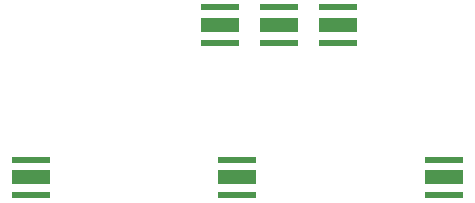
<source format=gtp>
G04*
G04 #@! TF.GenerationSoftware,Altium Limited,Altium Designer,19.0.10 (269)*
G04*
G04 Layer_Color=8421504*
%FSLAX25Y25*%
%MOIN*%
G70*
G01*
G75*
%ADD12R,0.12992X0.01968*%
%ADD13R,0.12992X0.05118*%
D12*
X127953Y80709D02*
D03*
Y92520D02*
D03*
X88583D02*
D03*
Y80709D02*
D03*
X108268Y92520D02*
D03*
Y80709D02*
D03*
X163386Y29921D02*
D03*
Y41732D02*
D03*
X94488Y29921D02*
D03*
Y41732D02*
D03*
X25591Y29921D02*
D03*
Y41732D02*
D03*
D13*
X127953Y86614D02*
D03*
X88583D02*
D03*
X108268Y86614D02*
D03*
X163386Y35827D02*
D03*
X94488Y35827D02*
D03*
X25591D02*
D03*
M02*

</source>
